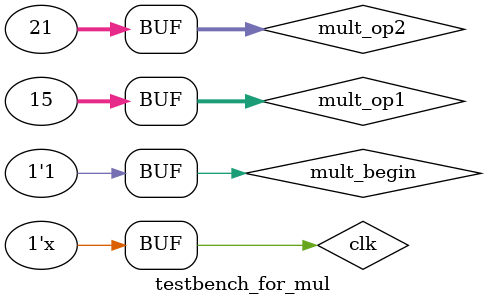
<source format=v>
`timescale 1ns / 1ps


module testbench_for_mul();
// Inputs
    reg clk;
    reg mult_begin;
    reg [31:0] mult_op1;
    reg [31:0] mult_op2;
// Outputs
    wire [63:0] product;
    wire mult_end;
// debug
    wire debug_mult_valid;
    wire [63:0] debug_product_temp;
    wire [31:0] debug_multiplier;
    wire [31:0] debug_multiplicand;

multiply multiply_module(
    .clk(clk),
    .mult_begin(mult_begin),
    .mult_op1(mult_op1),
    .mult_op2(mult_op2),
    .product(product),
    .mult_end(mult_end),
    .debug_mult_valid(debug_mult_valid),
    .debug_product_temp(debug_product_temp),
    .debug_multiplier(debug_multiplier),
    .debug_multiplicand(debug_multiplicand)
);
    initial begin
        clk = 1;
        mult_begin = 0;
        #10 mult_begin = 1;
        mult_op1 = 32'd15;
        mult_op2 = 32'd21;
    end
    always #10 clk = ~clk;
endmodule

</source>
